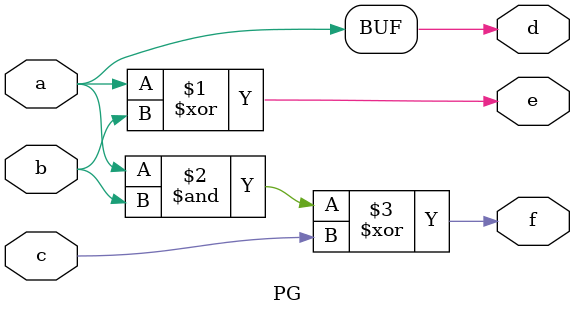
<source format=v>
`timescale 1ns / 1ps

module PG(d,e,f,a,b,c);
input a,b,c;
output d,e,f;

assign d = a;
assign e = a^b;
assign f = (a&b)^c;

endmodule
</source>
